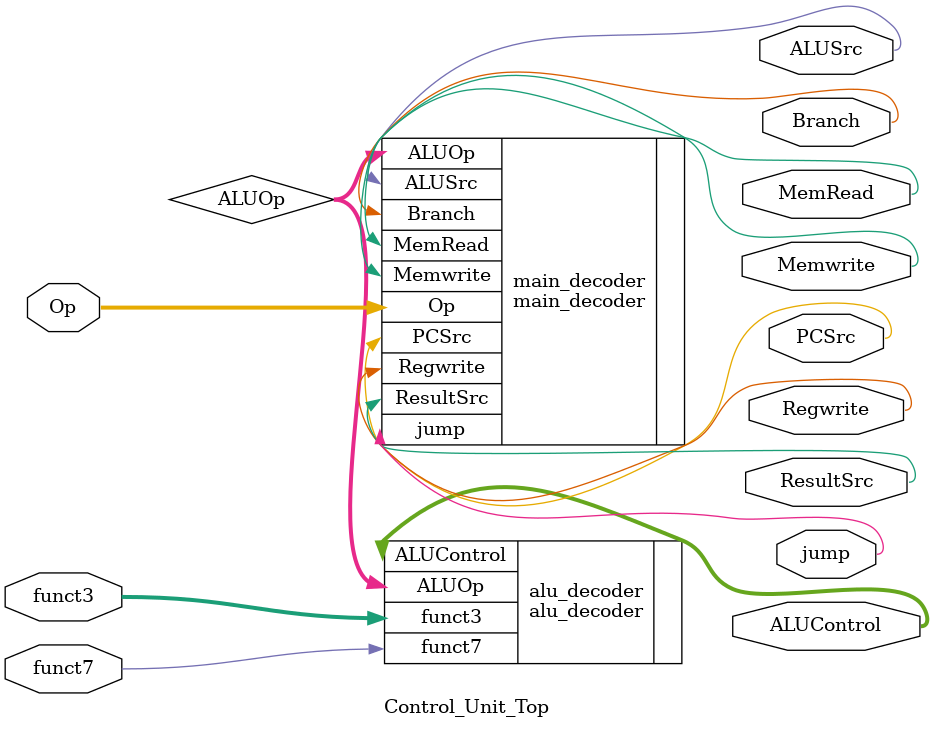
<source format=v>
`include "CU_main_decoder.v"
`include "CU_alu_decoder.v"

module Control_Unit_Top(Op,PCSrc,ResultSrc,Memwrite,ALUSrc,Regwrite,funct3,funct7,ALUControl,jump,Branch,MemRead);

input funct7;
input [6:0]Op;
input [2:0]funct3;
output Regwrite,ALUSrc,Memwrite,ResultSrc,PCSrc,MemRead,Branch,jump;

output [2:0]ALUControl;

wire [1:0]ALUOp;

main_decoder main_decoder(
	
	.Op(Op),
	.PCSrc(PCSrc),
	.ResultSrc(ResultSrc),
	.Memwrite(Memwrite),
	.ALUSrc(ALUSrc),
	.Branch(Branch),
        .MemRead(MemRead),
        .jump(jump),
	.Regwrite(Regwrite),
	.ALUOp(ALUOp)
);

alu_decoder alu_decoder(
	.ALUOp(ALUOp),
	
	.funct3(funct3),
	.funct7(funct7),
	.ALUControl(ALUControl)
);
endmodule


</source>
